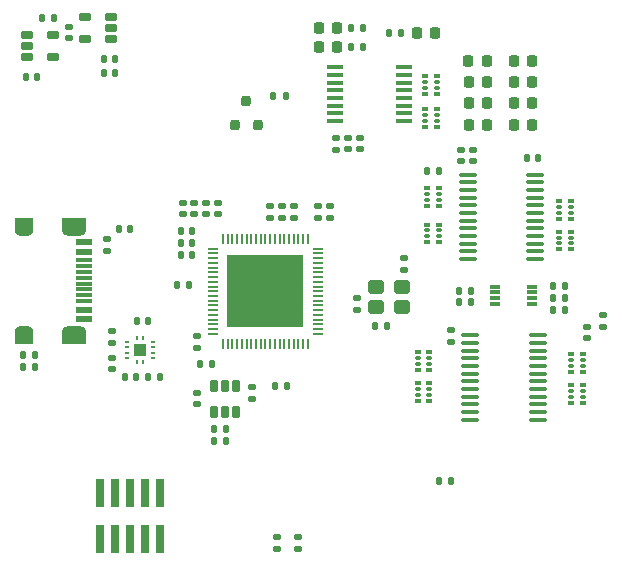
<source format=gbr>
%TF.GenerationSoftware,KiCad,Pcbnew,7.0.7*%
%TF.CreationDate,2024-02-05T14:51:39-08:00*%
%TF.ProjectId,Serberus,53657262-6572-4757-932e-6b696361645f,V2.1*%
%TF.SameCoordinates,Original*%
%TF.FileFunction,Paste,Top*%
%TF.FilePolarity,Positive*%
%FSLAX46Y46*%
G04 Gerber Fmt 4.6, Leading zero omitted, Abs format (unit mm)*
G04 Created by KiCad (PCBNEW 7.0.7) date 2024-02-05 14:51:39*
%MOMM*%
%LPD*%
G01*
G04 APERTURE LIST*
G04 Aperture macros list*
%AMRoundRect*
0 Rectangle with rounded corners*
0 $1 Rounding radius*
0 $2 $3 $4 $5 $6 $7 $8 $9 X,Y pos of 4 corners*
0 Add a 4 corners polygon primitive as box body*
4,1,4,$2,$3,$4,$5,$6,$7,$8,$9,$2,$3,0*
0 Add four circle primitives for the rounded corners*
1,1,$1+$1,$2,$3*
1,1,$1+$1,$4,$5*
1,1,$1+$1,$6,$7*
1,1,$1+$1,$8,$9*
0 Add four rect primitives between the rounded corners*
20,1,$1+$1,$2,$3,$4,$5,0*
20,1,$1+$1,$4,$5,$6,$7,0*
20,1,$1+$1,$6,$7,$8,$9,0*
20,1,$1+$1,$8,$9,$2,$3,0*%
G04 Aperture macros list end*
%ADD10RoundRect,0.135000X-0.185000X0.135000X-0.185000X-0.135000X0.185000X-0.135000X0.185000X0.135000X0*%
%ADD11RoundRect,0.135000X-0.135000X-0.185000X0.135000X-0.185000X0.135000X0.185000X-0.135000X0.185000X0*%
%ADD12RoundRect,0.140000X0.140000X0.170000X-0.140000X0.170000X-0.140000X-0.170000X0.140000X-0.170000X0*%
%ADD13RoundRect,0.140000X0.170000X-0.140000X0.170000X0.140000X-0.170000X0.140000X-0.170000X-0.140000X0*%
%ADD14RoundRect,0.140000X-0.140000X-0.170000X0.140000X-0.170000X0.140000X0.170000X-0.140000X0.170000X0*%
%ADD15RoundRect,0.100000X-0.150000X-0.100000X0.150000X-0.100000X0.150000X0.100000X-0.150000X0.100000X0*%
%ADD16RoundRect,0.075000X-0.175000X-0.075000X0.175000X-0.075000X0.175000X0.075000X-0.175000X0.075000X0*%
%ADD17RoundRect,0.140000X-0.170000X0.140000X-0.170000X-0.140000X0.170000X-0.140000X0.170000X0.140000X0*%
%ADD18R,0.850000X0.300000*%
%ADD19RoundRect,0.162500X0.162500X-0.367500X0.162500X0.367500X-0.162500X0.367500X-0.162500X-0.367500X0*%
%ADD20RoundRect,0.135000X0.135000X0.185000X-0.135000X0.185000X-0.135000X-0.185000X0.135000X-0.185000X0*%
%ADD21RoundRect,0.218750X-0.218750X-0.256250X0.218750X-0.256250X0.218750X0.256250X-0.218750X0.256250X0*%
%ADD22RoundRect,0.100000X0.150000X0.100000X-0.150000X0.100000X-0.150000X-0.100000X0.150000X-0.100000X0*%
%ADD23RoundRect,0.075000X0.175000X0.075000X-0.175000X0.075000X-0.175000X-0.075000X0.175000X-0.075000X0*%
%ADD24RoundRect,0.300000X-0.400000X-0.300000X0.400000X-0.300000X0.400000X0.300000X-0.400000X0.300000X0*%
%ADD25RoundRect,0.200000X0.200000X-0.250000X0.200000X0.250000X-0.200000X0.250000X-0.200000X-0.250000X0*%
%ADD26RoundRect,0.135000X0.185000X-0.135000X0.185000X0.135000X-0.185000X0.135000X-0.185000X-0.135000X0*%
%ADD27RoundRect,0.147500X-0.147500X-0.172500X0.147500X-0.172500X0.147500X0.172500X-0.147500X0.172500X0*%
%ADD28RoundRect,0.218750X0.218750X0.256250X-0.218750X0.256250X-0.218750X-0.256250X0.218750X-0.256250X0*%
%ADD29RoundRect,0.100000X-0.637500X-0.100000X0.637500X-0.100000X0.637500X0.100000X-0.637500X0.100000X0*%
%ADD30R,1.475000X0.450000*%
%ADD31RoundRect,0.162500X0.367500X0.162500X-0.367500X0.162500X-0.367500X-0.162500X0.367500X-0.162500X0*%
%ADD32R,2.100000X1.000000*%
%ADD33R,1.600000X1.000000*%
%ADD34O,2.100000X1.000000*%
%ADD35O,1.600000X1.000000*%
%ADD36R,1.450000X0.600000*%
%ADD37R,1.450000X0.300000*%
%ADD38RoundRect,0.147500X-0.172500X0.147500X-0.172500X-0.147500X0.172500X-0.147500X0.172500X0.147500X0*%
%ADD39R,0.200000X0.850000*%
%ADD40R,0.850000X0.200000*%
%ADD41R,6.560000X6.060000*%
%ADD42R,0.400000X0.250000*%
%ADD43R,0.250000X0.400000*%
%ADD44R,1.100000X1.100000*%
%ADD45RoundRect,0.162500X-0.367500X-0.162500X0.367500X-0.162500X0.367500X0.162500X-0.367500X0.162500X0*%
%ADD46RoundRect,0.185000X-0.185000X1.015000X-0.185000X-1.015000X0.185000X-1.015000X0.185000X1.015000X0*%
G04 APERTURE END LIST*
D10*
%TO.C,R17*%
X170600000Y-103090000D03*
X170600000Y-104110000D03*
%TD*%
D11*
%TO.C,R12*%
X136490000Y-107300000D03*
X137510000Y-107300000D03*
%TD*%
D12*
%TO.C,C5*%
X135795000Y-97000000D03*
X134835000Y-97000000D03*
%TD*%
D13*
%TO.C,C20*%
X158600000Y-90080000D03*
X158600000Y-89120000D03*
%TD*%
D14*
%TO.C,C3*%
X128320000Y-82600000D03*
X129280000Y-82600000D03*
%TD*%
D15*
%TO.C,RN6*%
X154900000Y-108850000D03*
D16*
X154900000Y-109350000D03*
X154900000Y-109850000D03*
D15*
X154900000Y-110350000D03*
X155900000Y-110350000D03*
D16*
X155900000Y-109850000D03*
X155900000Y-109350000D03*
D15*
X155900000Y-108850000D03*
%TD*%
D17*
%TO.C,C16*%
X137000000Y-93640000D03*
X137000000Y-94600000D03*
%TD*%
D18*
%TO.C,U7*%
X161450000Y-100700000D03*
X161450000Y-101200000D03*
X161450000Y-101700000D03*
X161450000Y-102200000D03*
X164600000Y-102200000D03*
X164600000Y-101700000D03*
X164600000Y-101200000D03*
X164600000Y-100700000D03*
%TD*%
D19*
%TO.C,U4*%
X137650000Y-111300000D03*
X138600000Y-111300000D03*
X139550000Y-111300000D03*
X139550000Y-109100000D03*
X138600000Y-109100000D03*
X137650000Y-109100000D03*
%TD*%
D20*
%TO.C,R26*%
X167335000Y-101650000D03*
X166315000Y-101650000D03*
%TD*%
D21*
%TO.C,D12*%
X163037500Y-83400000D03*
X164612500Y-83400000D03*
%TD*%
%TO.C,D13*%
X163025000Y-81600000D03*
X164600000Y-81600000D03*
%TD*%
D14*
%TO.C,C28*%
X130120000Y-108400000D03*
X131080000Y-108400000D03*
%TD*%
D10*
%TO.C,R21*%
X144800000Y-121890000D03*
X144800000Y-122910000D03*
%TD*%
D21*
%TO.C,D10*%
X163025000Y-87000000D03*
X164600000Y-87000000D03*
%TD*%
D22*
%TO.C,RN10*%
X156500000Y-84400000D03*
D23*
X156500000Y-83900000D03*
X156500000Y-83400000D03*
D22*
X156500000Y-82900000D03*
X155500000Y-82900000D03*
D23*
X155500000Y-83400000D03*
X155500000Y-83900000D03*
D22*
X155500000Y-84400000D03*
%TD*%
D15*
%TO.C,RN4*%
X166900000Y-96050000D03*
D16*
X166900000Y-96550000D03*
X166900000Y-97050000D03*
D15*
X166900000Y-97550000D03*
X167900000Y-97550000D03*
D16*
X167900000Y-97050000D03*
X167900000Y-96550000D03*
D15*
X167900000Y-96050000D03*
%TD*%
D20*
%TO.C,R5*%
X150310000Y-78800000D03*
X149290000Y-78800000D03*
%TD*%
D13*
%TO.C,C24*%
X153700000Y-99280000D03*
X153700000Y-98320000D03*
%TD*%
D24*
%TO.C,Y1*%
X151400000Y-102450000D03*
X153600000Y-102450000D03*
X153600000Y-100750000D03*
X151400000Y-100750000D03*
%TD*%
D20*
%TO.C,R3*%
X122510000Y-106500000D03*
X121490000Y-106500000D03*
%TD*%
D12*
%TO.C,C6*%
X135795000Y-96000000D03*
X134835000Y-96000000D03*
%TD*%
D13*
%TO.C,C11*%
X142400000Y-94880000D03*
X142400000Y-93920000D03*
%TD*%
D25*
%TO.C,Q1*%
X139450000Y-87000000D03*
X141350000Y-87000000D03*
X140400000Y-85000000D03*
%TD*%
D13*
%TO.C,C10*%
X146500000Y-94880000D03*
X146500000Y-93920000D03*
%TD*%
D20*
%TO.C,R24*%
X159410000Y-102050000D03*
X158390000Y-102050000D03*
%TD*%
D11*
%TO.C,R4*%
X152490000Y-79200000D03*
X153510000Y-79200000D03*
%TD*%
%TO.C,R10*%
X149290000Y-80400000D03*
X150310000Y-80400000D03*
%TD*%
D26*
%TO.C,R2*%
X136200000Y-105910000D03*
X136200000Y-104890000D03*
%TD*%
D13*
%TO.C,C4*%
X125400000Y-79680000D03*
X125400000Y-78720000D03*
%TD*%
D12*
%TO.C,C25*%
X122480000Y-107500000D03*
X121520000Y-107500000D03*
%TD*%
%TO.C,C2*%
X124080000Y-78000000D03*
X123120000Y-78000000D03*
%TD*%
D27*
%TO.C,FB1*%
X134830000Y-98000000D03*
X135800000Y-98000000D03*
%TD*%
D28*
%TO.C,D8*%
X160787500Y-83400000D03*
X159212500Y-83400000D03*
%TD*%
D15*
%TO.C,RN3*%
X166900000Y-93450000D03*
D16*
X166900000Y-93950000D03*
X166900000Y-94450000D03*
D15*
X166900000Y-94950000D03*
X167900000Y-94950000D03*
D16*
X167900000Y-94450000D03*
X167900000Y-93950000D03*
D15*
X167900000Y-93450000D03*
%TD*%
D20*
%TO.C,R16*%
X157710000Y-117200000D03*
X156690000Y-117200000D03*
%TD*%
D26*
%TO.C,R14*%
X140900000Y-110210000D03*
X140900000Y-109190000D03*
%TD*%
D17*
%TO.C,C17*%
X138000000Y-93640000D03*
X138000000Y-94600000D03*
%TD*%
D26*
%TO.C,R22*%
X149800000Y-102710000D03*
X149800000Y-101690000D03*
%TD*%
D29*
%TO.C,U6*%
X159337500Y-104825000D03*
X159337500Y-105475000D03*
X159337500Y-106125000D03*
X159337500Y-106775000D03*
X159337500Y-107425000D03*
X159337500Y-108075000D03*
X159337500Y-108725000D03*
X159337500Y-109375000D03*
X159337500Y-110025000D03*
X159337500Y-110675000D03*
X159337500Y-111325000D03*
X159337500Y-111975000D03*
X165062500Y-111975000D03*
X165062500Y-111325000D03*
X165062500Y-110675000D03*
X165062500Y-110025000D03*
X165062500Y-109375000D03*
X165062500Y-108725000D03*
X165062500Y-108075000D03*
X165062500Y-107425000D03*
X165062500Y-106775000D03*
X165062500Y-106125000D03*
X165062500Y-105475000D03*
X165062500Y-104825000D03*
%TD*%
D15*
%TO.C,RN2*%
X155700000Y-95450000D03*
D16*
X155700000Y-95950000D03*
X155700000Y-96450000D03*
D15*
X155700000Y-96950000D03*
X156700000Y-96950000D03*
D16*
X156700000Y-96450000D03*
X156700000Y-95950000D03*
D15*
X156700000Y-95450000D03*
%TD*%
D17*
%TO.C,C8*%
X150000000Y-88120000D03*
X150000000Y-89080000D03*
%TD*%
D15*
%TO.C,RN7*%
X167900000Y-106450000D03*
D16*
X167900000Y-106950000D03*
X167900000Y-107450000D03*
D15*
X167900000Y-107950000D03*
X168900000Y-107950000D03*
D16*
X168900000Y-107450000D03*
X168900000Y-106950000D03*
D15*
X168900000Y-106450000D03*
%TD*%
D11*
%TO.C,R1*%
X132090000Y-108400000D03*
X133110000Y-108400000D03*
%TD*%
D28*
%TO.C,D1*%
X156387500Y-79200000D03*
X154812500Y-79200000D03*
%TD*%
%TO.C,D9*%
X160775000Y-81600000D03*
X159200000Y-81600000D03*
%TD*%
D20*
%TO.C,R23*%
X159410000Y-101050000D03*
X158390000Y-101050000D03*
%TD*%
D12*
%TO.C,C22*%
X165080000Y-89800000D03*
X164120000Y-89800000D03*
%TD*%
D20*
%TO.C,R13*%
X138710000Y-112800000D03*
X137690000Y-112800000D03*
%TD*%
%TO.C,R25*%
X167335000Y-100650000D03*
X166315000Y-100650000D03*
%TD*%
D26*
%TO.C,R20*%
X143000000Y-122910000D03*
X143000000Y-121890000D03*
%TD*%
D30*
%TO.C,U9*%
X153738000Y-86675000D03*
X153738000Y-86025000D03*
X153738000Y-85375000D03*
X153738000Y-84725000D03*
X153738000Y-84075000D03*
X153738000Y-83425000D03*
X153738000Y-82775000D03*
X153738000Y-82125000D03*
X147862000Y-82125000D03*
X147862000Y-82775000D03*
X147862000Y-83425000D03*
X147862000Y-84075000D03*
X147862000Y-84725000D03*
X147862000Y-85375000D03*
X147862000Y-86025000D03*
X147862000Y-86675000D03*
%TD*%
D31*
%TO.C,U2*%
X128892500Y-79750000D03*
X128892500Y-78800000D03*
X128892500Y-77850000D03*
X126692500Y-77850000D03*
X126692500Y-79750000D03*
%TD*%
D26*
%TO.C,R19*%
X157700000Y-105410000D03*
X157700000Y-104390000D03*
%TD*%
D32*
%TO.C,J1*%
X125770000Y-95380000D03*
D33*
X121590000Y-95380000D03*
D34*
X125770000Y-95880000D03*
D35*
X121590000Y-95880000D03*
D34*
X125770000Y-104520000D03*
D35*
X121590000Y-104520000D03*
D32*
X125770000Y-105020000D03*
D33*
X121590000Y-105020000D03*
D36*
X126685000Y-96950000D03*
X126685000Y-97750000D03*
D37*
X126685000Y-98950000D03*
X126685000Y-99950000D03*
X126685000Y-100450000D03*
X126685000Y-101450000D03*
D36*
X126685000Y-102650000D03*
X126685000Y-103450000D03*
X126685000Y-103450000D03*
X126685000Y-102650000D03*
D37*
X126685000Y-101950000D03*
X126685000Y-100950000D03*
X126685000Y-99450000D03*
X126685000Y-98450000D03*
D36*
X126685000Y-97750000D03*
X126685000Y-96950000D03*
%TD*%
D38*
%TO.C,FB3*%
X128600000Y-96715000D03*
X128600000Y-97685000D03*
%TD*%
D13*
%TO.C,C19*%
X159600000Y-90080000D03*
X159600000Y-89120000D03*
%TD*%
D11*
%TO.C,R11*%
X142690000Y-84600000D03*
X143710000Y-84600000D03*
%TD*%
D13*
%TO.C,C29*%
X129000000Y-107680000D03*
X129000000Y-106720000D03*
%TD*%
D28*
%TO.C,D7*%
X160787500Y-85200000D03*
X159212500Y-85200000D03*
%TD*%
D21*
%TO.C,D11*%
X163037500Y-85200000D03*
X164612500Y-85200000D03*
%TD*%
D39*
%TO.C,U3*%
X138407467Y-105550757D03*
X138807467Y-105550757D03*
X139207467Y-105550757D03*
X139607467Y-105550757D03*
X140007467Y-105550757D03*
X140407467Y-105550757D03*
X140807467Y-105550757D03*
X141207467Y-105550757D03*
X141607467Y-105550757D03*
X142007467Y-105550757D03*
X142407467Y-105550757D03*
X142807467Y-105550757D03*
X143207467Y-105550757D03*
X143607467Y-105550757D03*
X144007467Y-105550757D03*
X144407467Y-105550757D03*
X144807467Y-105550757D03*
X145207467Y-105550757D03*
X145607467Y-105550757D03*
D40*
X146457467Y-104700757D03*
X146457467Y-104300757D03*
X146457467Y-103900757D03*
X146457467Y-103500757D03*
X146457467Y-103100757D03*
X146457467Y-102700757D03*
X146457467Y-102300757D03*
X146457467Y-101900757D03*
X146457467Y-101500757D03*
X146457467Y-101100757D03*
X146457467Y-100700757D03*
X146457467Y-100300757D03*
X146457467Y-99900757D03*
X146457467Y-99500757D03*
X146457467Y-99100757D03*
X146457467Y-98700757D03*
X146457467Y-98300757D03*
X146457467Y-97900757D03*
X146457467Y-97500757D03*
D39*
X145607467Y-96650757D03*
X145207467Y-96650757D03*
X144807467Y-96650757D03*
X144407467Y-96650757D03*
X144007467Y-96650757D03*
X143607467Y-96650757D03*
X143207467Y-96650757D03*
X142807467Y-96650757D03*
X142407467Y-96650757D03*
X142007467Y-96650757D03*
X141607467Y-96650757D03*
X141207467Y-96650757D03*
X140807467Y-96650757D03*
X140407467Y-96650757D03*
X140007467Y-96650757D03*
X139607467Y-96650757D03*
X139207467Y-96650757D03*
X138807467Y-96650757D03*
X138407467Y-96650757D03*
D40*
X137557467Y-97500757D03*
X137557467Y-97900757D03*
X137557467Y-98300757D03*
X137557467Y-98700757D03*
X137557467Y-99100757D03*
X137557467Y-99500757D03*
X137557467Y-99900757D03*
X137557467Y-100300757D03*
X137557467Y-100700757D03*
X137557467Y-101100757D03*
X137557467Y-101500757D03*
X137557467Y-101900757D03*
X137557467Y-102300757D03*
X137557467Y-102700757D03*
X137557467Y-103100757D03*
X137557467Y-103500757D03*
X137557467Y-103900757D03*
X137557467Y-104300757D03*
X137557467Y-104700757D03*
D41*
X142007467Y-101100757D03*
%TD*%
D42*
%TO.C,U8*%
X130300000Y-105400000D03*
X130300000Y-105850000D03*
X130300000Y-106300000D03*
X130300000Y-106750000D03*
D43*
X131175000Y-107125000D03*
X131625000Y-107125000D03*
D42*
X132500000Y-106750000D03*
X132500000Y-106300000D03*
X132500000Y-105850000D03*
X132500000Y-105400000D03*
D43*
X131625000Y-105025000D03*
X131175000Y-105025000D03*
D44*
X131400000Y-106075000D03*
%TD*%
D22*
%TO.C,RN9*%
X156500000Y-87200000D03*
D23*
X156500000Y-86700000D03*
X156500000Y-86200000D03*
D22*
X156500000Y-85700000D03*
X155500000Y-85700000D03*
D23*
X155500000Y-86200000D03*
X155500000Y-86700000D03*
D22*
X155500000Y-87200000D03*
%TD*%
D29*
%TO.C,U5*%
X159137500Y-91225000D03*
X159137500Y-91875000D03*
X159137500Y-92525000D03*
X159137500Y-93175000D03*
X159137500Y-93825000D03*
X159137500Y-94475000D03*
X159137500Y-95125000D03*
X159137500Y-95775000D03*
X159137500Y-96425000D03*
X159137500Y-97075000D03*
X159137500Y-97725000D03*
X159137500Y-98375000D03*
X164862500Y-98375000D03*
X164862500Y-97725000D03*
X164862500Y-97075000D03*
X164862500Y-96425000D03*
X164862500Y-95775000D03*
X164862500Y-95125000D03*
X164862500Y-94475000D03*
X164862500Y-93825000D03*
X164862500Y-93175000D03*
X164862500Y-92525000D03*
X164862500Y-91875000D03*
X164862500Y-91225000D03*
%TD*%
D28*
%TO.C,D6*%
X160787500Y-87000000D03*
X159212500Y-87000000D03*
%TD*%
D14*
%TO.C,C1*%
X121700000Y-82950000D03*
X122660000Y-82950000D03*
%TD*%
D15*
%TO.C,RN1*%
X155700000Y-92350000D03*
D16*
X155700000Y-92850000D03*
X155700000Y-93350000D03*
D15*
X155700000Y-93850000D03*
X156700000Y-93850000D03*
D16*
X156700000Y-93350000D03*
X156700000Y-92850000D03*
D15*
X156700000Y-92350000D03*
%TD*%
D26*
%TO.C,R28*%
X148000000Y-89110000D03*
X148000000Y-88090000D03*
%TD*%
D11*
%TO.C,R6*%
X134490000Y-100600000D03*
X135510000Y-100600000D03*
%TD*%
D17*
%TO.C,C21*%
X169200000Y-104120000D03*
X169200000Y-105080000D03*
%TD*%
D15*
%TO.C,RN5*%
X154900000Y-106250000D03*
D16*
X154900000Y-106750000D03*
X154900000Y-107250000D03*
D15*
X154900000Y-107750000D03*
X155900000Y-107750000D03*
D16*
X155900000Y-107250000D03*
X155900000Y-106750000D03*
D15*
X155900000Y-106250000D03*
%TD*%
D17*
%TO.C,C14*%
X135000000Y-93640000D03*
X135000000Y-94600000D03*
%TD*%
D14*
%TO.C,C27*%
X131120000Y-103600000D03*
X132080000Y-103600000D03*
%TD*%
%TO.C,C7*%
X128320000Y-81400000D03*
X129280000Y-81400000D03*
%TD*%
D13*
%TO.C,C9*%
X147500000Y-94880000D03*
X147500000Y-93920000D03*
%TD*%
D17*
%TO.C,C18*%
X136200000Y-109720000D03*
X136200000Y-110680000D03*
%TD*%
D14*
%TO.C,C26*%
X129600000Y-95800000D03*
X130560000Y-95800000D03*
%TD*%
D20*
%TO.C,R7*%
X143810000Y-109100000D03*
X142790000Y-109100000D03*
%TD*%
%TO.C,R15*%
X138710000Y-113800000D03*
X137690000Y-113800000D03*
%TD*%
%TO.C,R27*%
X167335000Y-102650000D03*
X166315000Y-102650000D03*
%TD*%
D13*
%TO.C,C12*%
X143400000Y-94880000D03*
X143400000Y-93920000D03*
%TD*%
D21*
%TO.C,D5*%
X146525000Y-80400500D03*
X148100000Y-80400500D03*
%TD*%
D17*
%TO.C,C31*%
X149000000Y-88120000D03*
X149000000Y-89080000D03*
%TD*%
D45*
%TO.C,U1*%
X121800000Y-79400000D03*
X121800000Y-80350000D03*
X121800000Y-81300000D03*
X124000000Y-81300000D03*
X124000000Y-79400000D03*
%TD*%
D21*
%TO.C,D2*%
X146525000Y-78800500D03*
X148100000Y-78800500D03*
%TD*%
D17*
%TO.C,C30*%
X129000000Y-104500000D03*
X129000000Y-105460000D03*
%TD*%
D46*
%TO.C,J6*%
X133055685Y-118200000D03*
X133055685Y-122100000D03*
X131785685Y-118200000D03*
X131785685Y-122100000D03*
X130515685Y-118200000D03*
X130515685Y-122100000D03*
X129245685Y-118200000D03*
X129245685Y-122100000D03*
X127975685Y-118200000D03*
X127975685Y-122100000D03*
%TD*%
D15*
%TO.C,RN8*%
X167900000Y-109050000D03*
D16*
X167900000Y-109550000D03*
X167900000Y-110050000D03*
D15*
X167900000Y-110550000D03*
X168900000Y-110550000D03*
D16*
X168900000Y-110050000D03*
X168900000Y-109550000D03*
D15*
X168900000Y-109050000D03*
%TD*%
D14*
%TO.C,C23*%
X151320000Y-104000000D03*
X152280000Y-104000000D03*
%TD*%
D17*
%TO.C,C15*%
X136000000Y-93640000D03*
X136000000Y-94600000D03*
%TD*%
D13*
%TO.C,C13*%
X144400000Y-94880000D03*
X144400000Y-93920000D03*
%TD*%
D11*
%TO.C,R18*%
X155690000Y-90900000D03*
X156710000Y-90900000D03*
%TD*%
M02*

</source>
